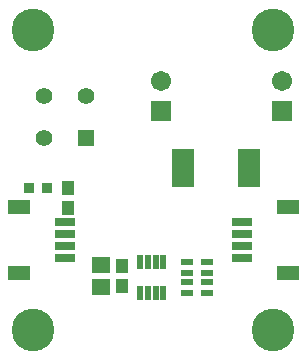
<source format=gbr>
G04 EAGLE Gerber RS-274X export*
G75*
%MOMM*%
%FSLAX34Y34*%
%LPD*%
%INSoldermask Top*%
%IPPOS*%
%AMOC8*
5,1,8,0,0,1.08239X$1,22.5*%
G01*
%ADD10R,0.501600X1.301600*%
%ADD11R,1.101600X1.176600*%
%ADD12R,1.901600X3.301600*%
%ADD13R,1.601600X1.341600*%
%ADD14R,1.001600X0.551600*%
%ADD15C,3.617600*%
%ADD16R,1.651600X0.701600*%
%ADD17R,1.901600X1.301600*%
%ADD18R,0.901600X0.901600*%
%ADD19R,1.409600X1.409600*%
%ADD20C,1.409600*%
%ADD21R,1.706600X1.706600*%
%ADD22C,1.706600*%


D10*
X135480Y82850D03*
X135480Y56850D03*
X128980Y82850D03*
X122480Y82850D03*
X115980Y82850D03*
X115980Y56850D03*
X122480Y56850D03*
X128980Y56850D03*
D11*
X100330Y79620D03*
X100330Y62620D03*
D12*
X152340Y162560D03*
X208340Y162560D03*
D13*
X82550Y80620D03*
X82550Y61620D03*
D14*
X172330Y82850D03*
X155330Y82850D03*
X172330Y73850D03*
X172330Y65850D03*
X172330Y56850D03*
X155330Y56850D03*
X155330Y73850D03*
X155330Y65850D03*
D15*
X25400Y279400D03*
X228600Y279400D03*
D16*
X202190Y96600D03*
X202190Y106600D03*
X202190Y86600D03*
X202190Y116600D03*
D17*
X241190Y73600D03*
X241190Y129600D03*
D16*
X51810Y106600D03*
X51810Y96600D03*
X51810Y116600D03*
X51810Y86600D03*
D17*
X12810Y129600D03*
X12810Y73600D03*
D15*
X25400Y25400D03*
X228600Y25400D03*
D18*
X21710Y146050D03*
X36710Y146050D03*
D11*
X54610Y128660D03*
X54610Y145660D03*
D19*
X70070Y187740D03*
D20*
X70070Y223740D03*
X34070Y223740D03*
X34070Y187740D03*
D21*
X133350Y210820D03*
D22*
X133350Y236220D03*
D21*
X236220Y210820D03*
D22*
X236220Y236220D03*
M02*

</source>
